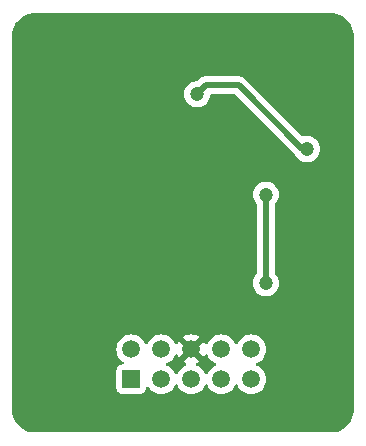
<source format=gbr>
%TF.GenerationSoftware,KiCad,Pcbnew,8.0.5*%
%TF.CreationDate,2024-11-27T14:49:20+01:00*%
%TF.ProjectId,PCB_TOF_droit,5043425f-544f-4465-9f64-726f69742e6b,rev?*%
%TF.SameCoordinates,Original*%
%TF.FileFunction,Copper,L2,Bot*%
%TF.FilePolarity,Positive*%
%FSLAX46Y46*%
G04 Gerber Fmt 4.6, Leading zero omitted, Abs format (unit mm)*
G04 Created by KiCad (PCBNEW 8.0.5) date 2024-11-27 14:49:20*
%MOMM*%
%LPD*%
G01*
G04 APERTURE LIST*
%TA.AperFunction,ComponentPad*%
%ADD10R,1.508000X1.508000*%
%TD*%
%TA.AperFunction,ComponentPad*%
%ADD11C,1.508000*%
%TD*%
%TA.AperFunction,ViaPad*%
%ADD12C,1.200000*%
%TD*%
%TA.AperFunction,Conductor*%
%ADD13C,0.500000*%
%TD*%
G04 APERTURE END LIST*
D10*
%TO.P,U1,1,INT_I*%
%TO.N,/TOF_GPIO*%
X155380000Y-103000000D03*
D11*
%TO.P,U1,2,SCL_I*%
%TO.N,/I2C_SCL*%
X155380000Y-100460000D03*
%TO.P,U1,3,XSDN_I*%
%TO.N,/TOF_XSHUT*%
X157920000Y-103000000D03*
%TO.P,U1,4,SDA_I*%
%TO.N,/I2C_SDA*%
X157920000Y-100460000D03*
%TO.P,U1,5,VDD*%
%TO.N,+5V*%
X160460000Y-103000000D03*
%TO.P,U1,6,GND*%
%TO.N,GND*%
X160460000Y-100460000D03*
%TO.P,U1,7,NC*%
%TO.N,unconnected-(U1-NC-Pad7)*%
X163000000Y-103000000D03*
%TO.P,U1,8,NC*%
%TO.N,unconnected-(U1-NC-Pad8)*%
X163000000Y-100460000D03*
%TO.P,U1,9,NC1_I*%
%TO.N,unconnected-(U1-NC1_I-Pad9)*%
X165540000Y-103000000D03*
%TO.P,U1,10,NC0_I*%
%TO.N,unconnected-(U1-NC0_I-Pad10)*%
X165540000Y-100460000D03*
%TD*%
D12*
%TO.N,GND*%
X153460000Y-94360000D03*
X148660000Y-95360000D03*
%TO.N,+5V*%
X166760000Y-94860000D03*
X166760000Y-87360000D03*
%TO.N,/TOF_GPIO*%
X160960000Y-78860000D03*
X170250000Y-83500000D03*
%TD*%
D13*
%TO.N,GND*%
X152460000Y-94360000D02*
X149660000Y-94360000D01*
X153460000Y-94360000D02*
X152460000Y-94360000D01*
X149660000Y-94360000D02*
X148660000Y-95360000D01*
%TO.N,+5V*%
X166760000Y-87360000D02*
X166760000Y-94860000D01*
%TO.N,/TOF_GPIO*%
X160960000Y-78860000D02*
X161710000Y-78110000D01*
X164460000Y-78110000D02*
X169850000Y-83500000D01*
X169850000Y-83500000D02*
X170250000Y-83500000D01*
X161710000Y-78110000D02*
X164460000Y-78110000D01*
%TD*%
%TA.AperFunction,Conductor*%
%TO.N,GND*%
G36*
X159994075Y-100652993D02*
G01*
X160059901Y-100767007D01*
X160152993Y-100860099D01*
X160267007Y-100925925D01*
X160330590Y-100942962D01*
X159767555Y-101505996D01*
X159830601Y-101550142D01*
X159830605Y-101550144D01*
X159974711Y-101617342D01*
X160027150Y-101663514D01*
X160046302Y-101730708D01*
X160026086Y-101797589D01*
X159974711Y-101842106D01*
X159830353Y-101909421D01*
X159830349Y-101909423D01*
X159650547Y-102035322D01*
X159650541Y-102035327D01*
X159495327Y-102190541D01*
X159495322Y-102190547D01*
X159369423Y-102370349D01*
X159369419Y-102370357D01*
X159302382Y-102514120D01*
X159256210Y-102566560D01*
X159189017Y-102585712D01*
X159122135Y-102565496D01*
X159077618Y-102514120D01*
X159050032Y-102454963D01*
X159010579Y-102370354D01*
X159010577Y-102370351D01*
X159010576Y-102370349D01*
X158884677Y-102190547D01*
X158884672Y-102190541D01*
X158729458Y-102035327D01*
X158729452Y-102035322D01*
X158549650Y-101909423D01*
X158549642Y-101909419D01*
X158405879Y-101842382D01*
X158353439Y-101796210D01*
X158334287Y-101729017D01*
X158354502Y-101662136D01*
X158405879Y-101617618D01*
X158406471Y-101617342D01*
X158549646Y-101550579D01*
X158729457Y-101424674D01*
X158884674Y-101269457D01*
X159010579Y-101089646D01*
X159077893Y-100945288D01*
X159124065Y-100892849D01*
X159191258Y-100873697D01*
X159258139Y-100893912D01*
X159302657Y-100945288D01*
X159369854Y-101089392D01*
X159414003Y-101152443D01*
X159977037Y-100589409D01*
X159994075Y-100652993D01*
G37*
%TD.AperFunction*%
%TA.AperFunction,Conductor*%
G36*
X161505995Y-101152442D02*
G01*
X161550146Y-101089390D01*
X161617342Y-100945289D01*
X161663514Y-100892849D01*
X161730707Y-100873697D01*
X161797589Y-100893913D01*
X161842106Y-100945288D01*
X161909421Y-101089646D01*
X161909423Y-101089650D01*
X162035322Y-101269452D01*
X162035327Y-101269458D01*
X162190541Y-101424672D01*
X162190547Y-101424677D01*
X162370349Y-101550576D01*
X162370351Y-101550577D01*
X162370354Y-101550579D01*
X162454963Y-101590032D01*
X162514120Y-101617618D01*
X162566560Y-101663790D01*
X162585712Y-101730983D01*
X162565496Y-101797865D01*
X162514120Y-101842382D01*
X162370357Y-101909419D01*
X162370349Y-101909423D01*
X162190547Y-102035322D01*
X162190541Y-102035327D01*
X162035327Y-102190541D01*
X162035322Y-102190547D01*
X161909423Y-102370349D01*
X161909419Y-102370357D01*
X161842382Y-102514120D01*
X161796210Y-102566560D01*
X161729017Y-102585712D01*
X161662135Y-102565496D01*
X161617618Y-102514120D01*
X161590032Y-102454963D01*
X161550579Y-102370354D01*
X161550577Y-102370351D01*
X161550576Y-102370349D01*
X161424677Y-102190547D01*
X161424672Y-102190541D01*
X161269458Y-102035327D01*
X161269452Y-102035322D01*
X161089650Y-101909423D01*
X161089646Y-101909421D01*
X160945288Y-101842106D01*
X160892849Y-101795934D01*
X160873697Y-101728740D01*
X160893913Y-101661859D01*
X160945289Y-101617342D01*
X161089390Y-101550146D01*
X161152443Y-101505995D01*
X160589410Y-100942962D01*
X160652993Y-100925925D01*
X160767007Y-100860099D01*
X160860099Y-100767007D01*
X160925925Y-100652993D01*
X160942962Y-100589409D01*
X161505995Y-101152442D01*
G37*
%TD.AperFunction*%
%TA.AperFunction,Conductor*%
G36*
X172254043Y-72000765D02*
G01*
X172502895Y-72017075D01*
X172518953Y-72019190D01*
X172726105Y-72060395D01*
X172759535Y-72067045D01*
X172775202Y-72071243D01*
X172944947Y-72128863D01*
X173007481Y-72150091D01*
X173022458Y-72156294D01*
X173231799Y-72259529D01*
X173242460Y-72264787D01*
X173256508Y-72272897D01*
X173460464Y-72409177D01*
X173473328Y-72419048D01*
X173657749Y-72580781D01*
X173669218Y-72592250D01*
X173830951Y-72776671D01*
X173840825Y-72789539D01*
X173977102Y-72993492D01*
X173985212Y-73007539D01*
X174093702Y-73227534D01*
X174099909Y-73242520D01*
X174178756Y-73474797D01*
X174182954Y-73490464D01*
X174230807Y-73731035D01*
X174232925Y-73747116D01*
X174249235Y-73995956D01*
X174249500Y-74004066D01*
X174249500Y-105495933D01*
X174249235Y-105504043D01*
X174232925Y-105752883D01*
X174230807Y-105768964D01*
X174182954Y-106009535D01*
X174178756Y-106025202D01*
X174099909Y-106257479D01*
X174093702Y-106272465D01*
X173985212Y-106492460D01*
X173977102Y-106506507D01*
X173840825Y-106710460D01*
X173830951Y-106723328D01*
X173669218Y-106907749D01*
X173657749Y-106919218D01*
X173473328Y-107080951D01*
X173460460Y-107090825D01*
X173256507Y-107227102D01*
X173242460Y-107235212D01*
X173022465Y-107343702D01*
X173007479Y-107349909D01*
X172775202Y-107428756D01*
X172759535Y-107432954D01*
X172518964Y-107480807D01*
X172502883Y-107482925D01*
X172254043Y-107499235D01*
X172245933Y-107499500D01*
X147254067Y-107499500D01*
X147245957Y-107499235D01*
X146997116Y-107482925D01*
X146981035Y-107480807D01*
X146740464Y-107432954D01*
X146724797Y-107428756D01*
X146492520Y-107349909D01*
X146477534Y-107343702D01*
X146257539Y-107235212D01*
X146243492Y-107227102D01*
X146039539Y-107090825D01*
X146026671Y-107080951D01*
X145842250Y-106919218D01*
X145830781Y-106907749D01*
X145669048Y-106723328D01*
X145659174Y-106710460D01*
X145522897Y-106506507D01*
X145514787Y-106492460D01*
X145408855Y-106277652D01*
X145406294Y-106272458D01*
X145400090Y-106257479D01*
X145321243Y-106025202D01*
X145317045Y-106009535D01*
X145309186Y-105970026D01*
X145269190Y-105768953D01*
X145267075Y-105752895D01*
X145250765Y-105504043D01*
X145250500Y-105495933D01*
X145250500Y-100460000D01*
X154120708Y-100460000D01*
X154139839Y-100678674D01*
X154196653Y-100890703D01*
X154196654Y-100890706D01*
X154196655Y-100890708D01*
X154289419Y-101089642D01*
X154289423Y-101089650D01*
X154415322Y-101269452D01*
X154415326Y-101269457D01*
X154570543Y-101424674D01*
X154686681Y-101505995D01*
X154706576Y-101519925D01*
X154750201Y-101574502D01*
X154757395Y-101644000D01*
X154725872Y-101706355D01*
X154665643Y-101741769D01*
X154635455Y-101745500D01*
X154578130Y-101745500D01*
X154578123Y-101745501D01*
X154518516Y-101751908D01*
X154383671Y-101802202D01*
X154383664Y-101802206D01*
X154268455Y-101888452D01*
X154268452Y-101888455D01*
X154182206Y-102003664D01*
X154182202Y-102003671D01*
X154131908Y-102138517D01*
X154126315Y-102190543D01*
X154125501Y-102198123D01*
X154125500Y-102198135D01*
X154125500Y-103801870D01*
X154125501Y-103801876D01*
X154131908Y-103861483D01*
X154182202Y-103996328D01*
X154182206Y-103996335D01*
X154268452Y-104111544D01*
X154268455Y-104111547D01*
X154383664Y-104197793D01*
X154383671Y-104197797D01*
X154518517Y-104248091D01*
X154518516Y-104248091D01*
X154525444Y-104248835D01*
X154578127Y-104254500D01*
X156181872Y-104254499D01*
X156241483Y-104248091D01*
X156376331Y-104197796D01*
X156491546Y-104111546D01*
X156577796Y-103996331D01*
X156628091Y-103861483D01*
X156634500Y-103801873D01*
X156634499Y-103744545D01*
X156654182Y-103677509D01*
X156706986Y-103631753D01*
X156776144Y-103621809D01*
X156839700Y-103650833D01*
X156860073Y-103673422D01*
X156955326Y-103809457D01*
X156955327Y-103809458D01*
X157110541Y-103964672D01*
X157110547Y-103964677D01*
X157290349Y-104090576D01*
X157290351Y-104090577D01*
X157290354Y-104090579D01*
X157489297Y-104183347D01*
X157701326Y-104240161D01*
X157857521Y-104253826D01*
X157919998Y-104259292D01*
X157920000Y-104259292D01*
X157920002Y-104259292D01*
X157974797Y-104254498D01*
X158138674Y-104240161D01*
X158350703Y-104183347D01*
X158549646Y-104090579D01*
X158729457Y-103964674D01*
X158884674Y-103809457D01*
X159010579Y-103629646D01*
X159077618Y-103485878D01*
X159123790Y-103433439D01*
X159190983Y-103414287D01*
X159257864Y-103434502D01*
X159302382Y-103485879D01*
X159369419Y-103629642D01*
X159369423Y-103629650D01*
X159495322Y-103809452D01*
X159495327Y-103809458D01*
X159650541Y-103964672D01*
X159650547Y-103964677D01*
X159830349Y-104090576D01*
X159830351Y-104090577D01*
X159830354Y-104090579D01*
X160029297Y-104183347D01*
X160241326Y-104240161D01*
X160397521Y-104253826D01*
X160459998Y-104259292D01*
X160460000Y-104259292D01*
X160460002Y-104259292D01*
X160514797Y-104254498D01*
X160678674Y-104240161D01*
X160890703Y-104183347D01*
X161089646Y-104090579D01*
X161269457Y-103964674D01*
X161424674Y-103809457D01*
X161550579Y-103629646D01*
X161617618Y-103485878D01*
X161663790Y-103433439D01*
X161730983Y-103414287D01*
X161797864Y-103434502D01*
X161842382Y-103485879D01*
X161909419Y-103629642D01*
X161909423Y-103629650D01*
X162035322Y-103809452D01*
X162035327Y-103809458D01*
X162190541Y-103964672D01*
X162190547Y-103964677D01*
X162370349Y-104090576D01*
X162370351Y-104090577D01*
X162370354Y-104090579D01*
X162569297Y-104183347D01*
X162781326Y-104240161D01*
X162937521Y-104253826D01*
X162999998Y-104259292D01*
X163000000Y-104259292D01*
X163000002Y-104259292D01*
X163054797Y-104254498D01*
X163218674Y-104240161D01*
X163430703Y-104183347D01*
X163629646Y-104090579D01*
X163809457Y-103964674D01*
X163964674Y-103809457D01*
X164090579Y-103629646D01*
X164157618Y-103485878D01*
X164203790Y-103433439D01*
X164270983Y-103414287D01*
X164337864Y-103434502D01*
X164382382Y-103485879D01*
X164449419Y-103629642D01*
X164449423Y-103629650D01*
X164575322Y-103809452D01*
X164575327Y-103809458D01*
X164730541Y-103964672D01*
X164730547Y-103964677D01*
X164910349Y-104090576D01*
X164910351Y-104090577D01*
X164910354Y-104090579D01*
X165109297Y-104183347D01*
X165321326Y-104240161D01*
X165477521Y-104253826D01*
X165539998Y-104259292D01*
X165540000Y-104259292D01*
X165540002Y-104259292D01*
X165594797Y-104254498D01*
X165758674Y-104240161D01*
X165970703Y-104183347D01*
X166169646Y-104090579D01*
X166349457Y-103964674D01*
X166504674Y-103809457D01*
X166630579Y-103629646D01*
X166723347Y-103430703D01*
X166780161Y-103218674D01*
X166799292Y-103000000D01*
X166780161Y-102781326D01*
X166723347Y-102569297D01*
X166630579Y-102370354D01*
X166630577Y-102370351D01*
X166630576Y-102370349D01*
X166504677Y-102190547D01*
X166504672Y-102190541D01*
X166349458Y-102035327D01*
X166349452Y-102035322D01*
X166169650Y-101909423D01*
X166169642Y-101909419D01*
X166025879Y-101842382D01*
X165973439Y-101796210D01*
X165954287Y-101729017D01*
X165974502Y-101662136D01*
X166025879Y-101617618D01*
X166026471Y-101617342D01*
X166169646Y-101550579D01*
X166349457Y-101424674D01*
X166504674Y-101269457D01*
X166630579Y-101089646D01*
X166723347Y-100890703D01*
X166780161Y-100678674D01*
X166799292Y-100460000D01*
X166780161Y-100241326D01*
X166723347Y-100029297D01*
X166630579Y-99830354D01*
X166630577Y-99830351D01*
X166630576Y-99830349D01*
X166504677Y-99650547D01*
X166504672Y-99650541D01*
X166349458Y-99495327D01*
X166349452Y-99495322D01*
X166169650Y-99369423D01*
X166169642Y-99369419D01*
X165970708Y-99276655D01*
X165970706Y-99276654D01*
X165970703Y-99276653D01*
X165819885Y-99236240D01*
X165758675Y-99219839D01*
X165758668Y-99219838D01*
X165540002Y-99200708D01*
X165539998Y-99200708D01*
X165321331Y-99219838D01*
X165321324Y-99219839D01*
X165198902Y-99252642D01*
X165109297Y-99276653D01*
X165109295Y-99276653D01*
X165109291Y-99276655D01*
X164910357Y-99369419D01*
X164910349Y-99369423D01*
X164730547Y-99495322D01*
X164730541Y-99495327D01*
X164575327Y-99650541D01*
X164575322Y-99650547D01*
X164449423Y-99830349D01*
X164449419Y-99830357D01*
X164382382Y-99974120D01*
X164336210Y-100026560D01*
X164269017Y-100045712D01*
X164202135Y-100025496D01*
X164157618Y-99974120D01*
X164090580Y-99830357D01*
X164090579Y-99830354D01*
X164090577Y-99830351D01*
X164090576Y-99830349D01*
X163964677Y-99650547D01*
X163964672Y-99650541D01*
X163809458Y-99495327D01*
X163809452Y-99495322D01*
X163629650Y-99369423D01*
X163629642Y-99369419D01*
X163430708Y-99276655D01*
X163430706Y-99276654D01*
X163430703Y-99276653D01*
X163279885Y-99236240D01*
X163218675Y-99219839D01*
X163218668Y-99219838D01*
X163000002Y-99200708D01*
X162999998Y-99200708D01*
X162781331Y-99219838D01*
X162781324Y-99219839D01*
X162658902Y-99252642D01*
X162569297Y-99276653D01*
X162569295Y-99276653D01*
X162569291Y-99276655D01*
X162370357Y-99369419D01*
X162370349Y-99369423D01*
X162190547Y-99495322D01*
X162190541Y-99495327D01*
X162035327Y-99650541D01*
X162035322Y-99650547D01*
X161909423Y-99830349D01*
X161909421Y-99830353D01*
X161842106Y-99974711D01*
X161795933Y-100027150D01*
X161728740Y-100046302D01*
X161661859Y-100026086D01*
X161617342Y-99974711D01*
X161550144Y-99830605D01*
X161550142Y-99830601D01*
X161505996Y-99767555D01*
X160942962Y-100330589D01*
X160925925Y-100267007D01*
X160860099Y-100152993D01*
X160767007Y-100059901D01*
X160652993Y-99994075D01*
X160589409Y-99977037D01*
X161152443Y-99414003D01*
X161089392Y-99369854D01*
X160890533Y-99277125D01*
X160890524Y-99277121D01*
X160678592Y-99220335D01*
X160678582Y-99220333D01*
X160460001Y-99201210D01*
X160459999Y-99201210D01*
X160241417Y-99220333D01*
X160241407Y-99220335D01*
X160029475Y-99277121D01*
X160029466Y-99277124D01*
X159830606Y-99369855D01*
X159830604Y-99369856D01*
X159767556Y-99414003D01*
X159767555Y-99414003D01*
X160330590Y-99977037D01*
X160267007Y-99994075D01*
X160152993Y-100059901D01*
X160059901Y-100152993D01*
X159994075Y-100267007D01*
X159977037Y-100330589D01*
X159414003Y-99767555D01*
X159414003Y-99767556D01*
X159369857Y-99830603D01*
X159302657Y-99974712D01*
X159256484Y-100027151D01*
X159189290Y-100046302D01*
X159122409Y-100026086D01*
X159077893Y-99974710D01*
X159010580Y-99830357D01*
X159010579Y-99830354D01*
X159010577Y-99830351D01*
X159010576Y-99830349D01*
X158884677Y-99650547D01*
X158884672Y-99650541D01*
X158729458Y-99495327D01*
X158729452Y-99495322D01*
X158549650Y-99369423D01*
X158549642Y-99369419D01*
X158350708Y-99276655D01*
X158350706Y-99276654D01*
X158350703Y-99276653D01*
X158199885Y-99236240D01*
X158138675Y-99219839D01*
X158138668Y-99219838D01*
X157920002Y-99200708D01*
X157919998Y-99200708D01*
X157701331Y-99219838D01*
X157701324Y-99219839D01*
X157578902Y-99252642D01*
X157489297Y-99276653D01*
X157489295Y-99276653D01*
X157489291Y-99276655D01*
X157290357Y-99369419D01*
X157290349Y-99369423D01*
X157110547Y-99495322D01*
X157110541Y-99495327D01*
X156955327Y-99650541D01*
X156955322Y-99650547D01*
X156829423Y-99830349D01*
X156829419Y-99830357D01*
X156762382Y-99974120D01*
X156716210Y-100026560D01*
X156649017Y-100045712D01*
X156582135Y-100025496D01*
X156537618Y-99974120D01*
X156470580Y-99830357D01*
X156470579Y-99830354D01*
X156470577Y-99830351D01*
X156470576Y-99830349D01*
X156344677Y-99650547D01*
X156344672Y-99650541D01*
X156189458Y-99495327D01*
X156189452Y-99495322D01*
X156009650Y-99369423D01*
X156009642Y-99369419D01*
X155810708Y-99276655D01*
X155810706Y-99276654D01*
X155810703Y-99276653D01*
X155659885Y-99236240D01*
X155598675Y-99219839D01*
X155598668Y-99219838D01*
X155380002Y-99200708D01*
X155379998Y-99200708D01*
X155161331Y-99219838D01*
X155161324Y-99219839D01*
X155038902Y-99252642D01*
X154949297Y-99276653D01*
X154949295Y-99276653D01*
X154949291Y-99276655D01*
X154750357Y-99369419D01*
X154750349Y-99369423D01*
X154570547Y-99495322D01*
X154570541Y-99495327D01*
X154415327Y-99650541D01*
X154415322Y-99650547D01*
X154289423Y-99830349D01*
X154289419Y-99830357D01*
X154196655Y-100029291D01*
X154196653Y-100029295D01*
X154196653Y-100029297D01*
X154188453Y-100059901D01*
X154139839Y-100241324D01*
X154139838Y-100241331D01*
X154137592Y-100267007D01*
X154120708Y-100460000D01*
X145250500Y-100460000D01*
X145250500Y-87359999D01*
X165654785Y-87359999D01*
X165654785Y-87360000D01*
X165673602Y-87563082D01*
X165729417Y-87759247D01*
X165729422Y-87759260D01*
X165820327Y-87941821D01*
X165943237Y-88104580D01*
X165969038Y-88128101D01*
X166005320Y-88187812D01*
X166009500Y-88219738D01*
X166009500Y-94000261D01*
X165989815Y-94067300D01*
X165969040Y-94091897D01*
X165943235Y-94115421D01*
X165820327Y-94278178D01*
X165729422Y-94460739D01*
X165729417Y-94460752D01*
X165673602Y-94656917D01*
X165654785Y-94859999D01*
X165654785Y-94860000D01*
X165673602Y-95063082D01*
X165729417Y-95259247D01*
X165729422Y-95259260D01*
X165820327Y-95441821D01*
X165943237Y-95604581D01*
X166093958Y-95741980D01*
X166093960Y-95741982D01*
X166193141Y-95803392D01*
X166267363Y-95849348D01*
X166457544Y-95923024D01*
X166658024Y-95960500D01*
X166658026Y-95960500D01*
X166861974Y-95960500D01*
X166861976Y-95960500D01*
X167062456Y-95923024D01*
X167252637Y-95849348D01*
X167426041Y-95741981D01*
X167576764Y-95604579D01*
X167699673Y-95441821D01*
X167790582Y-95259250D01*
X167846397Y-95063083D01*
X167865215Y-94860000D01*
X167846397Y-94656917D01*
X167790582Y-94460750D01*
X167699673Y-94278179D01*
X167576764Y-94115421D01*
X167550960Y-94091897D01*
X167514680Y-94032185D01*
X167510500Y-94000261D01*
X167510500Y-88219738D01*
X167530185Y-88152699D01*
X167550962Y-88128101D01*
X167561938Y-88118093D01*
X167576764Y-88104579D01*
X167699673Y-87941821D01*
X167790582Y-87759250D01*
X167846397Y-87563083D01*
X167865215Y-87360000D01*
X167846397Y-87156917D01*
X167790582Y-86960750D01*
X167699673Y-86778179D01*
X167576764Y-86615421D01*
X167576762Y-86615418D01*
X167426041Y-86478019D01*
X167426039Y-86478017D01*
X167252642Y-86370655D01*
X167252635Y-86370651D01*
X167157546Y-86333814D01*
X167062456Y-86296976D01*
X166861976Y-86259500D01*
X166658024Y-86259500D01*
X166457544Y-86296976D01*
X166457541Y-86296976D01*
X166457541Y-86296977D01*
X166267364Y-86370651D01*
X166267357Y-86370655D01*
X166093960Y-86478017D01*
X166093958Y-86478019D01*
X165943237Y-86615418D01*
X165820327Y-86778178D01*
X165729422Y-86960739D01*
X165729417Y-86960752D01*
X165673602Y-87156917D01*
X165654785Y-87359999D01*
X145250500Y-87359999D01*
X145250500Y-78859999D01*
X159854785Y-78859999D01*
X159854785Y-78860000D01*
X159873602Y-79063082D01*
X159929417Y-79259247D01*
X159929422Y-79259260D01*
X160020327Y-79441821D01*
X160143237Y-79604581D01*
X160293958Y-79741980D01*
X160293960Y-79741982D01*
X160393141Y-79803392D01*
X160467363Y-79849348D01*
X160657544Y-79923024D01*
X160858024Y-79960500D01*
X160858026Y-79960500D01*
X161061974Y-79960500D01*
X161061976Y-79960500D01*
X161262456Y-79923024D01*
X161452637Y-79849348D01*
X161626041Y-79741981D01*
X161776764Y-79604579D01*
X161899673Y-79441821D01*
X161990582Y-79259250D01*
X162046397Y-79063083D01*
X162054739Y-78973059D01*
X162080525Y-78908121D01*
X162137326Y-78867434D01*
X162178210Y-78860500D01*
X164097770Y-78860500D01*
X164164809Y-78880185D01*
X164185451Y-78896819D01*
X169236389Y-83947756D01*
X169259708Y-83980165D01*
X169310327Y-84081821D01*
X169433237Y-84244581D01*
X169583958Y-84381980D01*
X169583960Y-84381982D01*
X169683141Y-84443392D01*
X169757363Y-84489348D01*
X169947544Y-84563024D01*
X170148024Y-84600500D01*
X170148026Y-84600500D01*
X170351974Y-84600500D01*
X170351976Y-84600500D01*
X170552456Y-84563024D01*
X170742637Y-84489348D01*
X170916041Y-84381981D01*
X171066764Y-84244579D01*
X171189673Y-84081821D01*
X171280582Y-83899250D01*
X171336397Y-83703083D01*
X171355215Y-83500000D01*
X171336397Y-83296917D01*
X171280582Y-83100750D01*
X171189673Y-82918179D01*
X171066764Y-82755421D01*
X171066762Y-82755418D01*
X170916041Y-82618019D01*
X170916039Y-82618017D01*
X170742642Y-82510655D01*
X170742635Y-82510651D01*
X170623956Y-82464675D01*
X170552456Y-82436976D01*
X170351976Y-82399500D01*
X170148024Y-82399500D01*
X170047784Y-82418238D01*
X169947542Y-82436976D01*
X169942027Y-82438546D01*
X169941399Y-82436340D01*
X169881704Y-82441338D01*
X169819979Y-82408599D01*
X169818909Y-82407542D01*
X164938421Y-77527052D01*
X164938414Y-77527046D01*
X164864729Y-77477812D01*
X164864729Y-77477813D01*
X164815491Y-77444913D01*
X164678917Y-77388343D01*
X164678907Y-77388340D01*
X164533920Y-77359500D01*
X164533918Y-77359500D01*
X161783917Y-77359500D01*
X161636082Y-77359500D01*
X161636080Y-77359500D01*
X161491092Y-77388340D01*
X161491082Y-77388343D01*
X161354511Y-77444912D01*
X161354498Y-77444919D01*
X161231584Y-77527048D01*
X161231580Y-77527051D01*
X161035452Y-77723181D01*
X160974129Y-77756666D01*
X160947771Y-77759500D01*
X160858024Y-77759500D01*
X160657544Y-77796976D01*
X160657541Y-77796976D01*
X160657541Y-77796977D01*
X160467364Y-77870651D01*
X160467357Y-77870655D01*
X160293960Y-77978017D01*
X160293958Y-77978019D01*
X160143237Y-78115418D01*
X160020327Y-78278178D01*
X159929422Y-78460739D01*
X159929417Y-78460752D01*
X159873602Y-78656917D01*
X159854785Y-78859999D01*
X145250500Y-78859999D01*
X145250500Y-74004066D01*
X145250765Y-73995956D01*
X145254819Y-73934108D01*
X145267075Y-73747102D01*
X145269190Y-73731048D01*
X145317045Y-73490462D01*
X145321243Y-73474797D01*
X145344337Y-73406762D01*
X145400093Y-73242512D01*
X145406291Y-73227547D01*
X145514790Y-73007533D01*
X145522893Y-72993498D01*
X145659182Y-72789527D01*
X145669039Y-72776681D01*
X145830786Y-72592244D01*
X145842244Y-72580786D01*
X146026681Y-72419039D01*
X146039527Y-72409182D01*
X146243498Y-72272893D01*
X146257533Y-72264790D01*
X146477547Y-72156291D01*
X146492512Y-72150093D01*
X146656762Y-72094337D01*
X146724797Y-72071243D01*
X146740464Y-72067045D01*
X146981048Y-72019190D01*
X146997102Y-72017075D01*
X147245957Y-72000765D01*
X147254067Y-72000500D01*
X147315892Y-72000500D01*
X172184108Y-72000500D01*
X172245933Y-72000500D01*
X172254043Y-72000765D01*
G37*
%TD.AperFunction*%
%TD*%
M02*

</source>
